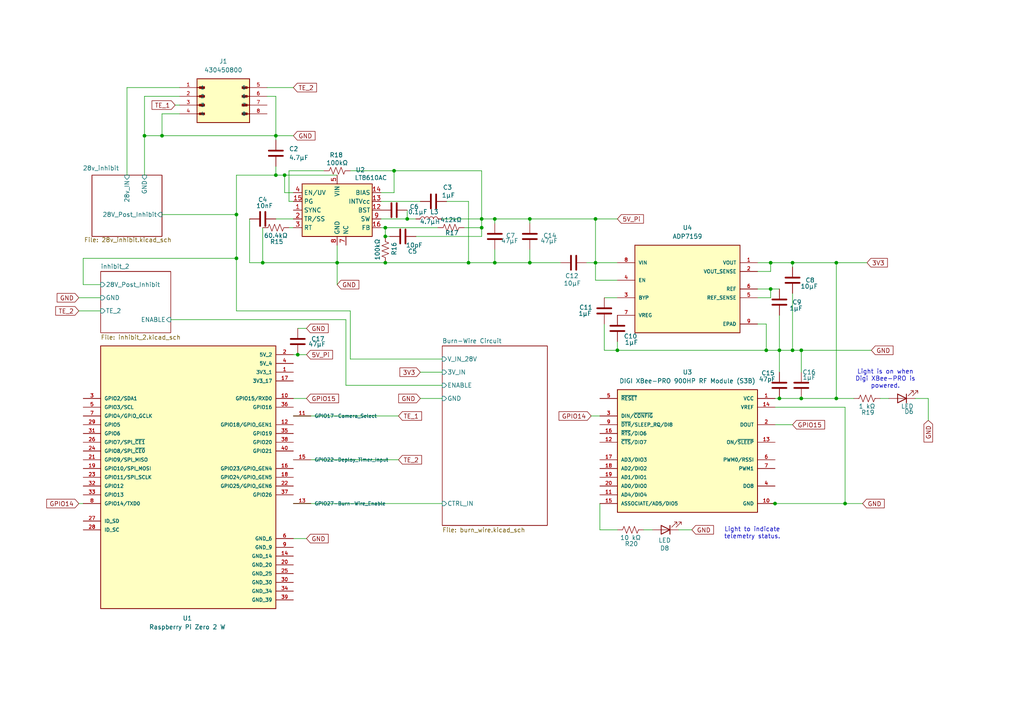
<source format=kicad_sch>
(kicad_sch (version 20250114) (generator "eeschema") (generator_version "9.0")
  (paper "A4")
  (lib_symbols
    (symbol "430450800:430450800" (pin_names (offset 1.016))
      (property "Reference" "J" (at -7.62 8.89 0))
      (property "Value" "430450800" (at -7.62 -7.62 0))
      (symbol "430450800_0_0"
        (polyline (pts (xy -7.62 5.08) (xy -5.715 5.08)) (stroke (width 0.254)))
        (polyline (pts (xy -7.62 2.54) (xy -5.715 2.54)) (stroke (width 0.254)))
        (polyline (pts (xy -7.62 0) (xy -5.715 0)) (stroke (width 0.254)))
        (polyline (pts (xy -7.62 -2.54) (xy -5.715 -2.54)) (stroke (width 0.254)))
        (rectangle (start -7.62 -5.08) (end 7.62 7.62) (stroke (width 0.254)) (fill (type background)))
        (rectangle (start -6.985 4.7625) (end -5.3975 5.3975) (stroke (width 0.1)) (fill (type outline)))
        (rectangle (start -6.985 2.2225) (end -5.3975 2.8575) (stroke (width 0.1)) (fill (type outline)))
        (rectangle (start -6.985 -0.3175) (end -5.3975 0.3175) (stroke (width 0.1)) (fill (type outline)))
        (rectangle (start -6.985 -2.8575) (end -5.3975 -2.2225) (stroke (width 0.1)) (fill (type outline)))
        (rectangle (start 5.3975 4.7625) (end 6.985 5.3975) (stroke (width 0.1)) (fill (type outline)))
        (rectangle (start 5.3975 2.2225) (end 6.985 2.8575) (stroke (width 0.1)) (fill (type outline)))
        (rectangle (start 5.3975 -0.3175) (end 6.985 0.3175) (stroke (width 0.1)) (fill (type outline)))
        (rectangle (start 5.3975 -2.8575) (end 6.985 -2.2225) (stroke (width 0.1)) (fill (type outline)))
        (polyline (pts (xy 7.62 5.08) (xy 5.715 5.08)) (stroke (width 0.254)))
        (polyline (pts (xy 7.62 2.54) (xy 5.715 2.54)) (stroke (width 0.254)))
        (polyline (pts (xy 7.62 0) (xy 5.715 0)) (stroke (width 0.254)))
        (polyline (pts (xy 7.62 -2.54) (xy 5.715 -2.54)) (stroke (width 0.254)))
        (pin passive line (at -12.7 5.08 0) (length 5.08) (name "1") (number "1"))
        (pin passive line (at -12.7 2.54 0) (length 5.08) (name "2") (number "2"))
        (pin passive line (at -12.7 0 0) (length 5.08) (name "3") (number "3"))
        (pin passive line (at -12.7 -2.54 0) (length 5.08) (name "4") (number "4"))
        (pin passive line (at 12.7 5.08 180) (length 5.08) (name "5") (number "5"))
        (pin passive line (at 12.7 2.54 180) (length 5.08) (name "6") (number "6"))
        (pin passive line (at 12.7 0 180) (length 5.08) (name "7") (number "7"))
        (pin passive line (at 12.7 -2.54 180) (length 5.08) (name "8") (number "8"))
      )
    )
    (symbol "ADP7158ARDZ-3.3-R7:ADP7158ARDZ-3.3-R7" (pin_names (offset 1.016))
      (property "Reference" "U" (at -15.24 13.335 0))
      (property "Value" "ADP7158ARDZ-3.3-R7" (at -15.24 -15.24 0))
      (symbol "ADP7158ARDZ-3.3-R7_0_0"
        (rectangle (start -15.24 -12.7) (end 15.24 12.7) (stroke (width 0.254)) (fill (type background)))
        (pin input line (at -20.32 7.62 0) (length 5.08) (name "VIN") (number "8"))
        (pin input line (at -20.32 2.54 0) (length 5.08) (name "EN") (number "4"))
        (pin passive line (at -20.32 -2.54 0) (length 5.08) (name "BYP") (number "3"))
        (pin passive line (at -20.32 -7.62 0) (length 5.08) (name "VREG") (number "7"))
        (pin output line (at 20.32 7.62 180) (length 5.08) (name "VOUT") (number "1"))
        (pin output line (at 20.32 5.08 180) (length 5.08) (name "VOUT_SENSE") (number "2"))
        (pin output line (at 20.32 0 180) (length 5.08) (name "REF") (number "6"))
        (pin input line (at 20.32 -2.54 180) (length 5.08) (name "REF_SENSE") (number "5"))
        (pin power_in line (at 20.32 -10.16 180) (length 5.08) (name "EPAD") (number "9"))
      )
    )
    (symbol "Device:C" (pin_numbers (hide yes)) (pin_names (offset 0.254))
      (property "Reference" "C" (at 0.635 2.54 0))
      (property "Value" "C" (at 0.635 -2.54 0))
      (symbol "C_0_1"
        (polyline (pts (xy -2.032 0.762) (xy 2.032 0.762)) (stroke (width 0.508)))
        (polyline (pts (xy -2.032 -0.762) (xy 2.032 -0.762)) (stroke (width 0.508)))
      )
      (symbol "C_1_1"
        (pin passive line (at 0 3.81 270) (length 2.794) (name "~") (number "1"))
        (pin passive line (at 0 -3.81 90) (length 2.794) (name "~") (number "2"))
      )
    )
    (symbol "Device:L" (pin_numbers (hide yes)) (pin_names (offset 1.016) (hide yes))
      (property "Reference" "L" (at -1.27 0 90))
      (property "Value" "L" (at 1.905 0 90))
      (symbol "L_0_1"
        (arc (start 0 2.54) (mid 0.6323 1.905) (end 0 1.27))
        (arc (start 0 1.27) (mid 0.6323 0.635) (end 0 0))
        (arc (start 0 0) (mid 0.6323 -0.635) (end 0 -1.27))
        (arc (start 0 -1.27) (mid 0.6323 -1.905) (end 0 -2.54))
      )
      (symbol "L_1_1"
        (pin passive line (at 0 3.81 270) (length 1.27) (name "1") (number "1"))
        (pin passive line (at 0 -3.81 90) (length 1.27) (name "2") (number "2"))
      )
    )
    (symbol "Device:LED" (pin_numbers (hide yes)) (pin_names (offset 1.016) (hide yes))
      (property "Reference" "D" (at 0 2.54 0))
      (property "Value" "LED" (at 0 -2.54 0))
      (symbol "LED_0_1"
        (polyline (pts (xy -3.048 -0.762) (xy -4.572 -2.286) (xy -3.81 -2.286) (xy -4.572 -2.286) (xy -4.572 -1.524)))
        (polyline (pts (xy -1.778 -0.762) (xy -3.302 -2.286) (xy -2.54 -2.286) (xy -3.302 -2.286) (xy -3.302 -1.524)))
        (polyline (pts (xy -1.27 0) (xy 1.27 0)))
        (polyline (pts (xy -1.27 -1.27) (xy -1.27 1.27)) (stroke (width 0.254)))
        (polyline (pts (xy 1.27 -1.27) (xy 1.27 1.27) (xy -1.27 0) (xy 1.27 -1.27)) (stroke (width 0.254)))
      )
      (symbol "LED_1_1"
        (pin passive line (at -3.81 0 0) (length 2.54) (name "K") (number "1"))
        (pin passive line (at 3.81 0 180) (length 2.54) (name "A") (number "2"))
      )
    )
    (symbol "Device:R_US" (pin_numbers (hide yes)) (pin_names (offset 0))
      (property "Reference" "R" (at 2.54 0 90))
      (property "Value" "R_US" (at -2.54 0 90))
      (symbol "R_US_0_1"
        (polyline (pts (xy 0 2.286) (xy 0 2.54)))
        (polyline (pts (xy 0 2.286) (xy 1.016 1.905) (xy 0 1.524) (xy -1.016 1.143) (xy 0 0.762)))
        (polyline (pts (xy 0 0.762) (xy 1.016 0.381) (xy 0 0) (xy -1.016 -0.381) (xy 0 -0.762)))
        (polyline (pts (xy 0 -0.762) (xy 1.016 -1.143) (xy 0 -1.524) (xy -1.016 -1.905) (xy 0 -2.286)))
        (polyline (pts (xy 0 -2.286) (xy 0 -2.54)))
      )
      (symbol "R_US_1_1"
        (pin passive line (at 0 3.81 270) (length 1.27) (name "~") (number "1"))
        (pin passive line (at 0 -3.81 90) (length 1.27) (name "~") (number "2"))
      )
    )
    (symbol "Regulator_Switching:LT8610AC"
      (property "Reference" "U" (at -8.89 8.89 0))
      (property "Value" "LT8610AC" (at 0.762 8.636 0))
      (symbol "LT8610AC_0_1"
        (rectangle (start -10.16 7.62) (end 10.16 -7.62) (stroke (width 0.254)) (fill (type background)))
      )
      (symbol "LT8610AC_1_1"
        (pin input line (at -12.7 5.08 0) (length 2.54) (name "EN/UV") (number "4"))
        (pin open_collector line (at -12.7 2.54 0) (length 2.54) (name "PG") (number "15"))
        (pin input line (at -12.7 0 0) (length 2.54) (name "SYNC") (number "1"))
        (pin input line (at -12.7 -2.54 0) (length 2.54) (name "TR/SS") (number "2"))
        (pin passive line (at -12.7 -5.08 0) (length 2.54) (name "RT") (number "3"))
        (pin power_in line (at 0 10.16 270) (length 2.54) (name "VIN") (number "5"))
        (pin passive line (at 0 10.16 270) (length 2.54) (hide yes) (name "VIN") (number "6"))
        (pin passive line (at 0 -10.16 90) (length 2.54) (hide yes) (name "GND") (number "17"))
        (pin power_in line (at 0 -10.16 90) (length 2.54) (name "GND") (number "8"))
        (pin passive line (at 2.54 -10.16 90) (length 2.54) (name "NC") (number "7"))
        (pin input line (at 12.7 5.08 180) (length 2.54) (name "BIAS") (number "14"))
        (pin passive line (at 12.7 2.54 180) (length 2.54) (name "INTVcc") (number "13"))
        (pin input line (at 12.7 0 180) (length 2.54) (name "BST") (number "12"))
        (pin passive line (at 12.7 -2.54 180) (length 2.54) (hide yes) (name "SW") (number "10"))
        (pin passive line (at 12.7 -2.54 180) (length 2.54) (hide yes) (name "SW") (number "11"))
        (pin output line (at 12.7 -2.54 180) (length 2.54) (name "SW") (number "9"))
        (pin input line (at 12.7 -5.08 180) (length 2.54) (name "FB") (number "16"))
      )
    )
    (symbol "SC1176:SC1176" (pin_names (offset 1.016))
      (property "Reference" "U1" (at 0 43.18 0))
      (property "Value" "Raspberry Pi Zero 2 W" (at 0 40.64 0))
      (symbol "SC1176_0_0"
        (rectangle (start -25.4 -38.1) (end 25.4 38.1) (stroke (width 0.254)) (fill (type background)))
        (pin bidirectional line (at -30.48 22.86 0) (length 5.08) (name "GPIO2/SDA1") (number "3"))
        (pin bidirectional line (at -30.48 20.32 0) (length 5.08) (name "GPIO3/SCL") (number "5"))
        (pin bidirectional line (at -30.48 17.78 0) (length 5.08) (name "GPIO4/GPIO_GCLK") (number "7"))
        (pin bidirectional line (at -30.48 15.24 0) (length 5.08) (name "GPIO5") (number "29"))
        (pin bidirectional line (at -30.48 12.7 0) (length 5.08) (name "GPIO6") (number "31"))
        (pin bidirectional line (at -30.48 10.16 0) (length 5.08) (name "GPIO7/SPI_~{CE1}") (number "26"))
        (pin bidirectional line (at -30.48 7.62 0) (length 5.08) (name "GPIO8/SPI_~{CE0}") (number "24"))
        (pin bidirectional line (at -30.48 5.08 0) (length 5.08) (name "GPIO9/SPI_MISO") (number "21"))
        (pin bidirectional line (at -30.48 2.54 0) (length 5.08) (name "GPIO10/SPI_MOSI") (number "19"))
        (pin bidirectional line (at -30.48 0 0) (length 5.08) (name "GPIO11/SPI_SCLK") (number "23"))
        (pin bidirectional line (at -30.48 -2.54 0) (length 5.08) (name "GPIO12") (number "32"))
        (pin bidirectional line (at -30.48 -5.08 0) (length 5.08) (name "GPIO13") (number "33"))
        (pin bidirectional line (at -30.48 -7.62 0) (length 5.08) (name "GPIO14/TXD0") (number "8"))
        (pin bidirectional line (at -30.48 -12.7 0) (length 5.08) (name "ID_SD") (number "27"))
        (pin bidirectional line (at -30.48 -15.24 0) (length 5.08) (name "ID_SC") (number "28"))
        (pin power_in line (at 30.48 35.56 180) (length 5.08) (name "5V_2") (number "2"))
        (pin power_in line (at 30.48 33.02 180) (length 5.08) (name "5V_4") (number "4"))
        (pin power_in line (at 30.48 30.48 180) (length 5.08) (name "3V3_1") (number "1"))
        (pin power_in line (at 30.48 27.94 180) (length 5.08) (name "3V3_17") (number "17"))
        (pin bidirectional line (at 30.48 22.86 180) (length 5.08) (name "GPIO15/RXD0") (number "10"))
        (pin bidirectional line (at 30.48 20.32 180) (length 5.08) (name "GPIO16") (number "36"))
        (pin bidirectional line (at 30.48 15.24 180) (length 5.08) (name "GPIO18/GPIO_GEN1") (number "12"))
        (pin bidirectional line (at 30.48 12.7 180) (length 5.08) (name "GPIO19") (number "35"))
        (pin bidirectional line (at 30.48 10.16 180) (length 5.08) (name "GPIO20") (number "38"))
        (pin bidirectional line (at 30.48 7.62 180) (length 5.08) (name "GPIO21") (number "40"))
        (pin bidirectional line (at 30.48 2.54 180) (length 5.08) (name "GPIO23/GPIO_GEN4") (number "16"))
        (pin bidirectional line (at 30.48 0 180) (length 5.08) (name "GPIO24/GPIO_GEN5") (number "18"))
        (pin bidirectional line (at 30.48 -2.54 180) (length 5.08) (name "GPIO25/GPIO_GEN6") (number "22"))
        (pin bidirectional line (at 30.48 -5.08 180) (length 5.08) (name "GPIO26") (number "37"))
        (pin power_in line (at 30.48 -17.78 180) (length 5.08) (name "GND_6") (number "6"))
        (pin power_in line (at 30.48 -20.32 180) (length 5.08) (name "GND_9") (number "9"))
        (pin power_in line (at 30.48 -22.86 180) (length 5.08) (name "GND_14") (number "14"))
        (pin power_in line (at 30.48 -25.4 180) (length 5.08) (name "GND_20") (number "20"))
        (pin power_in line (at 30.48 -27.94 180) (length 5.08) (name "GND_25") (number "25"))
        (pin power_in line (at 30.48 -30.48 180) (length 5.08) (name "GND_30") (number "30"))
        (pin power_in line (at 30.48 -33.02 180) (length 5.08) (name "GND_34") (number "34"))
        (pin power_in line (at 30.48 -35.56 180) (length 5.08) (name "GND_39") (number "39"))
      )
      (symbol "SC1176_1_0"
        (pin bidirectional line (at 30.48 17.78 0) (length 5.08) (name "GPIO17-Camera_Select") (number "11"))
        (pin bidirectional line (at 30.48 5.08 0) (length 5.08) (name "GPIO22-Deploy_Timer_Input") (number "15"))
        (pin bidirectional line (at 30.48 -7.62 0) (length 5.08) (name "GPIO27-Burn-Wire_Enable") (number "13"))
      )
    )
    (symbol "XBP24-Z7SIT-004:XBP24-Z7SIT-004" (pin_names (offset 1.016))
      (property "Reference" "U" (at -20.3473 18.3125 0))
      (property "Value" "XBP24-Z7SIT-004" (at -20.3925 -20.3925 0))
      (symbol "XBP24-Z7SIT-004_0_0"
        (rectangle (start -20.32 -17.78) (end 20.32 17.78) (stroke (width 0.254)) (fill (type background)))
        (pin input line (at -25.4 15.24 0) (length 5.08) (name "~{RESET}") (number "5"))
        (pin input line (at -25.4 10.16 0) (length 5.08) (name "DIN/~{CONFIG}") (number "3"))
        (pin bidirectional line (at -25.4 7.62 0) (length 5.08) (name "~{DTR}/SLEEP_RQ/DI8") (number "9"))
        (pin bidirectional line (at -25.4 5.08 0) (length 5.08) (name "~{RTS}/DIO6") (number "16"))
        (pin bidirectional line (at -25.4 2.54 0) (length 5.08) (name "~{CTS}/DIO7") (number "12"))
        (pin bidirectional line (at -25.4 -2.54 0) (length 5.08) (name "AD3/DIO3") (number "17"))
        (pin bidirectional line (at -25.4 -5.08 0) (length 5.08) (name "AD2/DIO2") (number "18"))
        (pin bidirectional line (at -25.4 -7.62 0) (length 5.08) (name "AD1/DIO1") (number "19"))
        (pin bidirectional line (at -25.4 -10.16 0) (length 5.08) (name "AD0/DIO0") (number "20"))
        (pin bidirectional line (at -25.4 -12.7 0) (length 5.08) (name "AD4/DIO4") (number "11"))
        (pin bidirectional line (at -25.4 -15.24 0) (length 5.08) (name "ASSOCIATE/AD5/DIO5") (number "15"))
        (pin power_in line (at 25.4 15.24 180) (length 5.08) (name "VCC") (number "1"))
        (pin power_in line (at 25.4 12.7 180) (length 5.08) (name "VREF") (number "14"))
        (pin output line (at 25.4 7.62 180) (length 5.08) (name "DOUT") (number "2"))
        (pin output line (at 25.4 2.54 180) (length 5.08) (name "ON/~{SLEEP}") (number "13"))
        (pin output line (at 25.4 -2.54 180) (length 5.08) (name "PWM0/RSSI") (number "6"))
        (pin output line (at 25.4 -5.08 180) (length 5.08) (name "PWM1") (number "7"))
        (pin output line (at 25.4 -10.16 180) (length 5.08) (name "DO8") (number "4"))
        (pin power_in line (at 25.4 -15.24 180) (length 5.08) (name "GND") (number "10"))
      )
    )
  )
  (text "Light is on when\nDigi XBee-PRO is\npowered." (at 256.794 109.982 0) (effects (font (size 1.27 1.27))))
  (text "Light to indicate\ntelemetry status." (at 218.186 154.686 0) (effects (font (size 1.27 1.27))))
  (junction (at 41.91 39.37))
  (junction (at 111.76 66.04))
  (junction (at 226.06 115.57))
  (junction (at 139.7 63.5))
  (junction (at 143.51 63.5))
  (junction (at 76.2 76.2))
  (junction (at 68.58 62.23))
  (junction (at 229.87 101.6))
  (junction (at 172.72 76.2))
  (junction (at 68.58 74.93))
  (junction (at 242.57 115.57))
  (junction (at 242.57 76.2))
  (junction (at 143.51 76.2))
  (junction (at 80.01 39.37))
  (junction (at 135.89 76.2))
  (junction (at 223.52 76.2))
  (junction (at 179.07 101.6))
  (junction (at 232.41 115.57))
  (junction (at 97.79 76.2))
  (junction (at 118.11 63.5))
  (junction (at 153.67 63.5))
  (junction (at 222.25 101.6))
  (junction (at 229.87 76.2))
  (junction (at 245.11 146.05))
  (junction (at 226.06 101.6))
  (junction (at 46.99 39.37))
  (junction (at 232.41 101.6))
  (junction (at 139.7 66.04))
  (junction (at 224.79 146.05))
  (junction (at 86.36 102.87))
  (junction (at 172.72 63.5))
  (junction (at 82.55 50.8))
  (junction (at 223.52 83.82))
  (junction (at 80.01 50.8))
  (junction (at 153.67 76.2))
  (junction (at 114.3 49.53))
  (junction (at 111.76 68.58))
  (junction (at 111.76 76.2))
  (wire (pts (xy 135.89 76.2) (xy 135.89 58.42)))
  (wire (pts (xy 171.45 120.65) (xy 173.99 120.65)))
  (wire (pts (xy 49.53 92.71) (xy 100.33 92.71)))
  (wire (pts (xy 153.67 76.2) (xy 162.56 76.2)))
  (wire (pts (xy 68.58 90.17) (xy 101.6 90.17)))
  (wire (pts (xy 153.67 63.5) (xy 172.72 63.5)))
  (wire (pts (xy 120.65 68.58) (xy 139.7 68.58)))
  (wire (pts (xy 41.91 39.37) (xy 46.99 39.37)))
  (wire (pts (xy 226.06 101.6) (xy 229.87 101.6)))
  (wire (pts (xy 224.79 146.05) (xy 245.11 146.05)))
  (wire (pts (xy 143.51 72.39) (xy 143.51 76.2)))
  (wire (pts (xy 101.6 104.14) (xy 128.27 104.14)))
  (wire (pts (xy 85.09 102.87) (xy 86.36 102.87)))
  (wire (pts (xy 41.91 27.94) (xy 41.91 39.37)))
  (wire (pts (xy 50.8 30.48) (xy 52.07 30.48)))
  (wire (pts (xy 170.18 76.2) (xy 172.72 76.2)))
  (wire (pts (xy 196.85 153.67) (xy 200.66 153.67)))
  (wire (pts (xy 232.41 101.6) (xy 232.41 107.95)))
  (wire (pts (xy 265.43 115.57) (xy 269.24 115.57)))
  (wire (pts (xy 97.79 71.12) (xy 97.79 76.2)))
  (wire (pts (xy 29.21 82.55) (xy 24.13 82.55)))
  (wire (pts (xy 114.3 49.53) (xy 101.6 49.53)))
  (wire (pts (xy 46.99 62.23) (xy 68.58 62.23)))
  (wire (pts (xy 80.01 40.64) (xy 80.01 39.37)))
  (wire (pts (xy 111.76 66.04) (xy 111.76 68.58)))
  (wire (pts (xy 110.49 55.88) (xy 114.3 55.88)))
  (wire (pts (xy 68.58 50.8) (xy 80.01 50.8)))
  (wire (pts (xy 101.6 104.14) (xy 101.6 90.17)))
  (wire (pts (xy 85.09 120.65) (xy 115.57 120.65)))
  (wire (pts (xy 85.09 133.35) (xy 115.57 133.35)))
  (wire (pts (xy 80.01 50.8) (xy 82.55 50.8)))
  (wire (pts (xy 255.27 115.57) (xy 257.81 115.57)))
  (wire (pts (xy 226.06 91.44) (xy 226.06 101.6)))
  (wire (pts (xy 223.52 78.74) (xy 223.52 76.2)))
  (wire (pts (xy 24.13 74.93) (xy 68.58 74.93)))
  (wire (pts (xy 80.01 63.5) (xy 85.09 63.5)))
  (wire (pts (xy 46.99 33.02) (xy 46.99 39.37)))
  (wire (pts (xy 72.39 63.5) (xy 72.39 76.2)))
  (wire (pts (xy 82.55 55.88) (xy 82.55 50.8)))
  (wire (pts (xy 223.52 76.2) (xy 229.87 76.2)))
  (wire (pts (xy 100.33 111.76) (xy 128.27 111.76)))
  (wire (pts (xy 223.52 86.36) (xy 223.52 83.82)))
  (wire (pts (xy 179.07 99.06) (xy 179.07 101.6)))
  (wire (pts (xy 118.11 60.96) (xy 118.11 63.5)))
  (wire (pts (xy 83.82 49.53) (xy 93.98 49.53)))
  (wire (pts (xy 232.41 115.57) (xy 242.57 115.57)))
  (wire (pts (xy 121.92 115.57) (xy 128.27 115.57)))
  (wire (pts (xy 143.51 64.77) (xy 143.51 63.5)))
  (wire (pts (xy 83.82 49.53) (xy 83.82 58.42)))
  (wire (pts (xy 118.11 63.5) (xy 120.65 63.5)))
  (wire (pts (xy 179.07 81.28) (xy 172.72 81.28)))
  (wire (pts (xy 143.51 63.5) (xy 153.67 63.5)))
  (wire (pts (xy 175.26 86.36) (xy 179.07 86.36)))
  (wire (pts (xy 172.72 81.28) (xy 172.72 76.2)))
  (wire (pts (xy 139.7 63.5) (xy 143.51 63.5)))
  (wire (pts (xy 219.71 86.36) (xy 223.52 86.36)))
  (wire (pts (xy 77.47 27.94) (xy 80.01 27.94)))
  (wire (pts (xy 223.52 146.05) (xy 224.79 146.05)))
  (wire (pts (xy 68.58 62.23) (xy 68.58 74.93)))
  (wire (pts (xy 86.36 95.25) (xy 88.9 95.25)))
  (wire (pts (xy 219.71 76.2) (xy 223.52 76.2)))
  (wire (pts (xy 68.58 50.8) (xy 68.58 62.23)))
  (wire (pts (xy 222.25 93.98) (xy 222.25 101.6)))
  (wire (pts (xy 68.58 90.17) (xy 68.58 74.93)))
  (wire (pts (xy 175.26 93.98) (xy 175.26 101.6)))
  (wire (pts (xy 179.07 76.2) (xy 172.72 76.2)))
  (wire (pts (xy 80.01 48.26) (xy 80.01 50.8)))
  (wire (pts (xy 100.33 92.71) (xy 100.33 111.76)))
  (wire (pts (xy 111.76 76.2) (xy 135.89 76.2)))
  (wire (pts (xy 153.67 63.5) (xy 153.67 64.77)))
  (wire (pts (xy 110.49 66.04) (xy 111.76 66.04)))
  (wire (pts (xy 76.2 76.2) (xy 97.79 76.2)))
  (wire (pts (xy 128.27 63.5) (xy 139.7 63.5)))
  (wire (pts (xy 245.11 118.11) (xy 245.11 146.05)))
  (wire (pts (xy 83.82 58.42) (xy 85.09 58.42)))
  (wire (pts (xy 229.87 85.09) (xy 229.87 101.6)))
  (wire (pts (xy 22.86 146.05) (xy 24.13 146.05)))
  (wire (pts (xy 121.92 107.95) (xy 128.27 107.95)))
  (wire (pts (xy 129.54 58.42) (xy 135.89 58.42)))
  (wire (pts (xy 139.7 66.04) (xy 139.7 63.5)))
  (wire (pts (xy 80.01 39.37) (xy 85.09 39.37)))
  (wire (pts (xy 229.87 76.2) (xy 242.57 76.2)))
  (wire (pts (xy 41.91 27.94) (xy 52.07 27.94)))
  (wire (pts (xy 226.06 115.57) (xy 232.41 115.57)))
  (wire (pts (xy 245.11 146.05) (xy 250.19 146.05)))
  (wire (pts (xy 82.55 50.8) (xy 97.79 50.8)))
  (wire (pts (xy 24.13 82.55) (xy 24.13 74.93)))
  (wire (pts (xy 179.07 63.5) (xy 172.72 63.5)))
  (wire (pts (xy 269.24 115.57) (xy 269.24 121.92)))
  (wire (pts (xy 242.57 76.2) (xy 251.46 76.2)))
  (wire (pts (xy 219.71 78.74) (xy 223.52 78.74)))
  (wire (pts (xy 41.91 50.8) (xy 41.91 39.37)))
  (wire (pts (xy 83.82 66.04) (xy 85.09 66.04)))
  (wire (pts (xy 110.49 58.42) (xy 121.92 58.42)))
  (wire (pts (xy 232.41 101.6) (xy 252.73 101.6)))
  (wire (pts (xy 175.26 101.6) (xy 179.07 101.6)))
  (wire (pts (xy 224.79 123.19) (xy 229.87 123.19)))
  (wire (pts (xy 135.89 76.2) (xy 143.51 76.2)))
  (wire (pts (xy 173.99 146.05) (xy 173.99 153.67)))
  (wire (pts (xy 223.52 83.82) (xy 226.06 83.82)))
  (wire (pts (xy 97.79 76.2) (xy 97.79 82.55)))
  (wire (pts (xy 229.87 101.6) (xy 232.41 101.6)))
  (wire (pts (xy 219.71 93.98) (xy 222.25 93.98)))
  (wire (pts (xy 222.25 101.6) (xy 226.06 101.6)))
  (wire (pts (xy 114.3 55.88) (xy 114.3 49.53)))
  (wire (pts (xy 242.57 76.2) (xy 242.57 115.57)))
  (wire (pts (xy 143.51 76.2) (xy 153.67 76.2)))
  (wire (pts (xy 226.06 101.6) (xy 226.06 107.95)))
  (wire (pts (xy 242.57 115.57) (xy 247.65 115.57)))
  (wire (pts (xy 36.83 25.4) (xy 36.83 50.8)))
  (wire (pts (xy 46.99 39.37) (xy 80.01 39.37)))
  (wire (pts (xy 139.7 68.58) (xy 139.7 66.04)))
  (wire (pts (xy 22.86 90.17) (xy 29.21 90.17)))
  (wire (pts (xy 46.99 33.02) (xy 52.07 33.02)))
  (wire (pts (xy 111.76 76.2) (xy 97.79 76.2)))
  (wire (pts (xy 173.99 153.67) (xy 179.07 153.67)))
  (wire (pts (xy 77.47 25.4) (xy 85.09 25.4)))
  (wire (pts (xy 85.09 146.05) (xy 128.27 146.05)))
  (wire (pts (xy 139.7 63.5) (xy 139.7 49.53)))
  (wire (pts (xy 111.76 66.04) (xy 127 66.04)))
  (wire (pts (xy 186.69 153.67) (xy 189.23 153.67)))
  (wire (pts (xy 134.62 66.04) (xy 139.7 66.04)))
  (wire (pts (xy 114.3 49.53) (xy 139.7 49.53)))
  (wire (pts (xy 153.67 72.39) (xy 153.67 76.2)))
  (wire (pts (xy 85.09 156.21) (xy 88.9 156.21)))
  (wire (pts (xy 219.71 83.82) (xy 223.52 83.82)))
  (wire (pts (xy 22.86 86.36) (xy 29.21 86.36)))
  (wire (pts (xy 82.55 55.88) (xy 85.09 55.88)))
  (wire (pts (xy 224.79 118.11) (xy 245.11 118.11)))
  (wire (pts (xy 85.09 115.57) (xy 88.9 115.57)))
  (wire (pts (xy 172.72 63.5) (xy 172.72 76.2)))
  (wire (pts (xy 179.07 101.6) (xy 222.25 101.6)))
  (wire (pts (xy 110.49 63.5) (xy 118.11 63.5)))
  (wire (pts (xy 111.76 68.58) (xy 113.03 68.58)))
  (wire (pts (xy 86.36 102.87) (xy 88.9 102.87)))
  (wire (pts (xy 224.79 115.57) (xy 226.06 115.57)))
  (wire (pts (xy 229.87 76.2) (xy 229.87 77.47)))
  (wire (pts (xy 76.2 66.04) (xy 76.2 76.2)))
  (wire (pts (xy 72.39 76.2) (xy 76.2 76.2)))
  (wire (pts (xy 36.83 25.4) (xy 52.07 25.4)))
  (wire (pts (xy 80.01 27.94) (xy 80.01 39.37)))
  (global_label "TE_2" (shape input) (at 22.86 90.17 180) (property "Intersheetrefs" "${INTERSHEET_REFS}" (effects (hide yes))))
  (global_label "GND" (shape input) (at 252.73 101.6 0) (property "Intersheetrefs" "${INTERSHEET_REFS}" (effects (hide yes))))
  (global_label "GPIO15" (shape input) (at 88.9 115.57 0) (property "Intersheetrefs" "${INTERSHEET_REFS}" (effects (hide yes))))
  (global_label "GND" (shape input) (at 88.9 156.21 0) (property "Intersheetrefs" "${INTERSHEET_REFS}" (effects (hide yes))))
  (global_label "GND" (shape input) (at 85.09 39.37 0) (property "Intersheetrefs" "${INTERSHEET_REFS}" (effects (hide yes))))
  (global_label "GND" (shape input) (at 269.24 121.92 270) (property "Intersheetrefs" "${INTERSHEET_REFS}" (effects (hide yes))))
  (global_label "GND" (shape input) (at 88.9 95.25 0) (property "Intersheetrefs" "${INTERSHEET_REFS}" (effects (hide yes))))
  (global_label "TE_2" (shape input) (at 85.09 25.4 0) (property "Intersheetrefs" "${INTERSHEET_REFS}" (effects (hide yes))))
  (global_label "5V_Pi" (shape input) (at 88.9 102.87 0) (property "Intersheetrefs" "${INTERSHEET_REFS}" (effects (hide yes))))
  (global_label "GND" (shape input) (at 250.19 146.05 0) (property "Intersheetrefs" "${INTERSHEET_REFS}" (effects (hide yes))))
  (global_label "GPIO14" (shape input) (at 22.86 146.05 180) (property "Intersheetrefs" "${INTERSHEET_REFS}" (effects (hide yes))))
  (global_label "3V3" (shape input) (at 251.46 76.2 0) (property "Intersheetrefs" "${INTERSHEET_REFS}" (effects (hide yes))))
  (global_label "TE_1" (shape input) (at 115.57 120.65 0) (property "Intersheetrefs" "${INTERSHEET_REFS}" (effects (hide yes))))
  (global_label "GND" (shape input) (at 121.92 115.57 180) (property "Intersheetrefs" "${INTERSHEET_REFS}" (effects (hide yes))))
  (global_label "GND" (shape input) (at 22.86 86.36 180) (property "Intersheetrefs" "${INTERSHEET_REFS}" (effects (hide yes))))
  (global_label "GPIO15" (shape input) (at 229.87 123.19 0) (property "Intersheetrefs" "${INTERSHEET_REFS}" (effects (hide yes))))
  (global_label "GND" (shape input) (at 200.66 153.67 0) (property "Intersheetrefs" "${INTERSHEET_REFS}" (effects (hide yes))))
  (global_label "TE_2" (shape input) (at 115.57 133.35 0) (property "Intersheetrefs" "${INTERSHEET_REFS}" (effects (hide yes))))
  (global_label "GPIO14" (shape input) (at 171.45 120.65 180) (property "Intersheetrefs" "${INTERSHEET_REFS}" (effects (hide yes))))
  (global_label "TE_1" (shape input) (at 50.8 30.48 180) (property "Intersheetrefs" "${INTERSHEET_REFS}" (effects (hide yes))))
  (global_label "3V3" (shape input) (at 121.92 107.95 180) (property "Intersheetrefs" "${INTERSHEET_REFS}" (effects (hide yes))))
  (global_label "5V_Pi" (shape input) (at 179.07 63.5 0) (property "Intersheetrefs" "${INTERSHEET_REFS}" (effects (hide yes))))
  (global_label "GND" (shape input) (at 97.79 82.55 0) (property "Intersheetrefs" "${INTERSHEET_REFS}" (effects (hide yes))))
  (symbol (lib_id "Device:C") (at 166.37 76.2 90) (unit 1)
    (property "Reference" "C12" (at 165.862 80.01 90))
    (property "Value" "10µF" (at 165.989 82.169 90))
    (property "Footprint" "Capacitor_SMD:C_0603_1608Metric" (effects (hide yes)))
    (property "Description" "Unpolarized capacitor" (effects (hide yes)))
  )
  (symbol (lib_id "Device:R_US") (at 80.01 66.04 270) (unit 1)
    (property "Reference" "R15" (at 80.264 70.104 90))
    (property "Value" "60.4kΩ" (at 80.01 68.326 90))
    (property "Footprint" "Resistor_SMD:R_0201_0603Metric" (effects (hide yes)))
    (property "Description" "Resistor, US symbol" (effects (hide yes)))
  )
  (symbol (lib_id "Device:L") (at 124.46 63.5 90) (unit 1)
    (property "Reference" "L3" (at 125.984 61.468 90))
    (property "Value" "4.7µH" (at 124.714 64.262 90))
    (property "Footprint" "Inductor_SMD:L_Vishay_IHLP-2525" (effects (hide yes)))
    (property "Description" "Inductor" (effects (hide yes)))
  )
  (symbol (lib_id "Device:C") (at 179.07 95.25 180) (unit 1)
    (property "Reference" "C10" (at 182.88 97.536 0))
    (property "Value" "1µF" (at 183.134 99.314 0))
    (property "Footprint" "Capacitor_SMD:C_0603_1608Metric" (effects (hide yes)))
    (property "Description" "Unpolarized capacitor" (effects (hide yes)))
  )
  (symbol (lib_id "Device:C") (at 76.2 63.5 270) (unit 1)
    (property "Reference" "C4" (at 76.2 57.912 90))
    (property "Value" "10nF" (at 76.708 59.69 90))
    (property "Footprint" "Capacitor_SMD:C_0603_1608Metric" (effects (hide yes)))
    (property "Description" "Unpolarized capacitor" (effects (hide yes)))
  )
  (symbol (lib_id "Device:C") (at 125.73 58.42 270) (unit 1)
    (property "Reference" "C3" (at 129.794 54.356 90))
    (property "Value" "1µF" (at 130.048 56.642 90))
    (property "Footprint" "Capacitor_SMD:C_0603_1608Metric" (effects (hide yes)))
    (property "Description" "Unpolarized capacitor" (effects (hide yes)))
  )
  (symbol (lib_id "Device:LED") (at 261.62 115.57 180) (unit 1)
    (property "Reference" "D6" (at 263.652 119.38 0))
    (property "Value" "LED" (at 263.144 117.856 0))
    (property "Footprint" "LED_SMD:LED_0603_1608Metric" (effects (hide yes)))
    (property "Description" "Light emitting diode" (effects (hide yes)))
    (property "Sim.Pins" "1=K 2=A" (effects (hide yes)))
  )
  (symbol (lib_id "Device:C") (at 232.41 111.76 180) (unit 1)
    (property "Reference" "C16" (at 234.696 107.95 0))
    (property "Value" "1µF" (at 234.696 109.474 0))
    (property "Footprint" "Capacitor_SMD:C_0603_1608Metric" (effects (hide yes)))
    (property "Description" "Unpolarized capacitor" (effects (hide yes)))
  )
  (symbol (lib_id "Device:C") (at 116.84 68.58 270) (unit 1)
    (property "Reference" "C5" (at 119.634 72.898 90))
    (property "Value" "10pF" (at 120.142 71.12 90))
    (property "Footprint" "Capacitor_SMD:C_0603_1608Metric" (effects (hide yes)))
    (property "Description" "Unpolarized capacitor" (effects (hide yes)))
  )
  (symbol (lib_id "SC1176:SC1176") (at 54.61 138.43 0) (unit 1)
    (property "Reference" "U1" (at 54.356 179.324 0))
    (property "Value" "Raspberry Pi Zero 2 W" (at 54.356 181.864 0))
    (property "Footprint" "Raspberry Pi Zero 2 W:MODULE_SC1176" (effects (hide yes)))
    (property "DigiKey_Part_Number" "2648-SC1176-ND" (effects (hide yes)))
    (property "SnapEDA_Link" "https://www.snapeda.com/parts/SC1176/Raspberry+Pi/view-part/?ref=snap" (effects (hide yes)))
    (property "Description_1" "The Raspberry Pi Zero 2 W SC1176 single board computer features a 1GHz quad-core Broadcom BCM2710A1 Arm Cortex-A53 processor and 512MB of RAM, making it a powerful solution for embedded computing applications. With 40 digital I/O lines and multiple expansion options including Bluetooth 4.2, BLE, HAT GPIO, and LAN, this SBC offers extensive connectivity and flexibility. Its compact size of 2.600 x 1.180 (66.04mm x 29.97mm) makes it ideal for space-constrained projects. Video outputs include Composite and HDMI, and it features a microSD storage interface and a USB 2.0 OTG port." (effects (hide yes)))
    (property "Package" "None" (effects (hide yes)))
    (property "Check_prices" "https://www.snapeda.com/parts/SC1176/Raspberry+Pi/view-part/?ref=eda" (effects (hide yes)))
    (property "STANDARD" "Manufacturer Recommendations" (effects (hide yes)))
    (property "PARTREV" "April 2024" (effects (hide yes)))
    (property "MF" "Raspberry Pi" (effects (hide yes)))
    (property "MP" "SC1176" (effects (hide yes)))
    (property "MANUFACTURER" "Raspberry Pi" (effects (hide yes)))
  )
  (symbol (lib_id "Device:C") (at 114.3 60.96 270) (unit 1)
    (property "Reference" "C6" (at 120.142 59.944 90))
    (property "Value" "0.1µF" (at 121.158 61.468 90))
    (property "Footprint" "Capacitor_SMD:C_0603_1608Metric" (effects (hide yes)))
    (property "Description" "Unpolarized capacitor" (effects (hide yes)))
  )
  (symbol (lib_id "Device:R_US") (at 111.76 72.39 180) (unit 1)
    (property "Reference" "R16" (at 114.3 72.136 90))
    (property "Value" "100kΩ" (at 109.474 72.39 90))
    (property "Footprint" "Resistor_SMD:R_0201_0603Metric" (effects (hide yes)))
    (property "Description" "Resistor, US symbol" (effects (hide yes)))
  )
  (symbol (lib_id "Device:R_US") (at 251.46 115.57 270) (unit 1)
    (property "Reference" "R19" (at 251.714 119.634 90))
    (property "Value" "1 kΩ" (at 251.46 117.856 90))
    (property "Footprint" "Resistor_SMD:R_0201_0603Metric" (effects (hide yes)))
    (property "Description" "Resistor, US symbol" (effects (hide yes)))
  )
  (symbol (lib_id "Device:C") (at 226.06 87.63 180) (unit 1)
    (property "Reference" "C9" (at 231.14 87.63 0))
    (property "Value" "1µF" (at 230.886 89.408 0))
    (property "Footprint" "Capacitor_SMD:C_0603_1608Metric" (effects (hide yes)))
    (property "Description" "Unpolarized capacitor" (effects (hide yes)))
  )
  (symbol (lib_id "Device:LED") (at 193.04 153.67 180) (unit 1)
    (property "Reference" "D8" (at 192.786 159.004 0))
    (property "Value" "LED" (at 192.786 156.718 0))
    (property "Footprint" "LED_SMD:LED_0603_1608Metric" (effects (hide yes)))
    (property "Description" "Light emitting diode" (effects (hide yes)))
    (property "Sim.Pins" "1=K 2=A" (effects (hide yes)))
  )
  (symbol (lib_id "ADP7158ARDZ-3.3-R7:ADP7158ARDZ-3.3-R7") (at 199.39 83.82 0) (unit 1)
    (property "Reference" "U4" (at 199.39 66.04 0))
    (property "Value" "ADP7159" (at 199.39 68.58 0))
    (property "Footprint" "ADP7158ARDZ-3.3-R7:SOIC127P600X175-9N" (effects (hide yes)))
    (property "MF" "Analog Devices" (effects (hide yes)))
    (property "MAXIMUM_PACKAGE_HEIGHT" "1.75 mm" (effects (hide yes)))
    (property "Package" "SOIC -8 Analog Devices" (effects (hide yes)))
    (property "Price" "None" (effects (hide yes)))
    (property "Check_prices" "https://www.snapeda.com/parts/ADP7158ARDZ-3.3-R7/Analog+Devices/view-part/?ref=eda" (effects (hide yes)))
    (property "STANDARD" "IPC 7351B" (effects (hide yes)))
    (property "PARTREV" "C" (effects (hide yes)))
    (property "SnapEDA_Link" "https://www.snapeda.com/parts/ADP7158ARDZ-3.3-R7/Analog+Devices/view-part/?ref=snap" (effects (hide yes)))
    (property "MP" "ADP7158ARDZ-3.3-R7" (effects (hide yes)))
    (property "Description_1" "2 A, Ultralow Noise, High PSRR, Fixed Output, RF Linear Regulator" (effects (hide yes)))
    (property "MANUFACTURER" "ANALOG DEVICES" (effects (hide yes)))
    (property "Availability" "In Stock" (effects (hide yes)))
    (property "SNAPEDA_PN" "ADP7158ARDZ-3.3-R7" (effects (hide yes)))
  )
  (symbol (lib_id "Device:C") (at 175.26 90.17 180) (unit 1)
    (property "Reference" "C11" (at 169.926 89.154 0))
    (property "Value" "1µF" (at 169.672 90.932 0))
    (property "Footprint" "Capacitor_SMD:C_0603_1608Metric" (effects (hide yes)))
    (property "Description" "Unpolarized capacitor" (effects (hide yes)))
  )
  (symbol (lib_id "XBP24-Z7SIT-004:XBP24-Z7SIT-004") (at 199.39 130.81 0) (unit 1)
    (property "Reference" "U3" (at 199.39 107.95 0))
    (property "Value" "DIGI XBee-PRO 900HP RF Module (S3B)" (at 199.39 110.49 0))
    (property "Footprint" "XBee:DIP2200W51P200L3294H279Q20P" (effects (hide yes)))
    (property "MF" "Digi International" (effects (hide yes)))
    (property "Description_1" "XBee-PRO ZB (ZigBee PRO Feature Set), 50mW, RPSMA ant connector, 250000 bps;Router, AT" (effects (hide yes)))
    (property "Package" "None" (effects (hide yes)))
    (property "Price" "None" (effects (hide yes)))
    (property "Check_prices" "https://www.snapeda.com/parts/XBP24Z7SIT004/Digi+International/view-part/?ref=eda" (effects (hide yes)))
    (property "SnapEDA_Link" "https://www.snapeda.com/parts/XBP24Z7SIT004/Digi+International/view-part/?ref=snap" (effects (hide yes)))
    (property "MP" "XBP24Z7SIT004" (effects (hide yes)))
    (property "Availability" "In Stock" (effects (hide yes)))
    (property "MANUFACTURER" "Digi" (effects (hide yes)))
  )
  (symbol (lib_id "430450800:430450800") (at 64.77 30.48 0) (unit 1)
    (property "Reference" "J1" (at 64.77 17.78 0))
    (property "Value" "430450800" (at 64.77 20.32 0))
    (property "Footprint" "HarnessDeck:MOLEX_430450800" (effects (hide yes)))
    (property "DigiKey_Part_Number" "WM1816-ND" (effects (hide yes)))
    (property "SnapEDA_Link" "https://www.snapeda.com/parts/430450800/Molex/view-part/?ref=snap" (effects (hide yes)))
    (property "MAXIMUM_PACKAGE_HEIGHT" "8.77mm" (effects (hide yes)))
    (property "Package" "None" (effects (hide yes)))
    (property "Check_prices" "https://www.snapeda.com/parts/430450800/Molex/view-part/?ref=eda" (effects (hide yes)))
    (property "STANDARD" "Manufacturer Recommendations" (effects (hide yes)))
    (property "PARTREV" "G" (effects (hide yes)))
    (property "MF" "Molex" (effects (hide yes)))
    (property "MP" "430450800" (effects (hide yes)))
    (property "Description_1" "Connector Header Through Hole, Right Angle 8 position 0.118 (3.00mm)" (effects (hide yes)))
    (property "MANUFACTURER" "Molex" (effects (hide yes)))
  )
  (symbol (lib_id "Device:R_US") (at 97.79 49.53 90) (unit 1)
    (property "Reference" "R18" (at 97.536 44.958 90))
    (property "Value" "100kΩ" (at 97.79 47.244 90))
    (property "Footprint" "Resistor_SMD:R_0201_0603Metric" (effects (hide yes)))
    (property "Description" "Resistor, US symbol" (effects (hide yes)))
  )
  (symbol (lib_id "Device:C") (at 143.51 68.58 180) (unit 1)
    (property "Reference" "C7" (at 148.082 68.326 0))
    (property "Value" "47µF" (at 147.828 69.85 0))
    (property "Footprint" "Capacitor_SMD:C_0603_1608Metric" (effects (hide yes)))
    (property "Description" "Unpolarized capacitor" (effects (hide yes)))
  )
  (symbol (lib_id "Device:R_US") (at 130.81 66.04 90) (unit 1)
    (property "Reference" "R17" (at 131.064 67.564 90))
    (property "Value" "412kΩ" (at 130.81 63.754 90))
    (property "Footprint" "Resistor_SMD:R_0201_0603Metric" (effects (hide yes)))
    (property "Description" "Resistor, US symbol" (effects (hide yes)))
  )
  (symbol (lib_id "Regulator_Switching:LT8610AC") (at 97.79 60.96 0) (unit 1)
    (property "Reference" "U2" (at 103.124 49.276 0) (effects (justify left)))
    (property "Value" "LT8610AC" (at 102.87 51.562 0) (effects (justify left)))
    (property "Footprint" "Package_SO:MSOP-16-1EP_3x4.039mm_P0.5mm_EP1.651x2.845mm_ThermalVias" (effects (hide yes)))
    (property "Datasheet" "https://www.analog.com/media/en/technical-documentation/data-sheets/lt8610ac-8610ac-1.pdf" (effects (hide yes)))
    (property "Description" "42V, 3.5A Synchronous Step-Down Regulator with 2.5uA Quiescent Current, 0.8V Feedback Voltage, 3.0V Minimum Vin, MSOP-16" (effects (hide yes)))
  )
  (symbol (lib_id "Device:C") (at 153.67 68.58 180) (unit 1)
    (property "Reference" "C14" (at 159.512 68.326 0))
    (property "Value" "47µF" (at 159.258 69.85 0))
    (property "Footprint" "Capacitor_SMD:C_0603_1608Metric" (effects (hide yes)))
    (property "Description" "Unpolarized capacitor" (effects (hide yes)))
  )
  (symbol (lib_id "Device:C") (at 229.87 81.28 180) (unit 1)
    (property "Reference" "C8" (at 234.95 81.28 0))
    (property "Value" "10µF" (at 234.696 83.058 0))
    (property "Footprint" "Capacitor_SMD:C_0603_1608Metric" (effects (hide yes)))
    (property "Description" "Unpolarized capacitor" (effects (hide yes)))
  )
  (symbol (lib_id "Device:R_US") (at 182.88 153.67 270) (unit 1)
    (property "Reference" "R20" (at 183.134 157.734 90))
    (property "Value" "10 kΩ" (at 182.88 155.956 90))
    (property "Footprint" "Resistor_SMD:R_0201_0603Metric" (effects (hide yes)))
    (property "Description" "Resistor, US symbol" (effects (hide yes)))
  )
  (symbol (lib_id "Device:C") (at 80.01 44.45 0) (unit 1)
    (property "Reference" "C2" (at 83.82 43.1799 0) (effects (justify left)))
    (property "Value" "4.7µF" (at 83.82 45.7199 0) (effects (justify left)))
    (property "Footprint" "Capacitor_SMD:C_0603_1608Metric" (effects (hide yes)))
    (property "Description" "Unpolarized capacitor" (effects (hide yes)))
  )
  (symbol (lib_id "Device:C") (at 226.06 111.76 180) (unit 1)
    (property "Reference" "C15" (at 222.758 108.204 0))
    (property "Value" "47pF" (at 222.504 109.982 0))
    (property "Footprint" "Capacitor_SMD:C_0603_1608Metric" (effects (hide yes)))
    (property "Description" "Unpolarized capacitor" (effects (hide yes)))
  )
  (symbol (lib_id "Device:C") (at 86.36 99.06 180) (unit 1)
    (property "Reference" "C17" (at 92.202 98.298 0))
    (property "Value" "47µF" (at 91.948 99.822 0))
    (property "Footprint" "Capacitor_SMD:C_0603_1608Metric" (effects (hide yes)))
    (property "Description" "Unpolarized capacitor" (effects (hide yes)))
  )
  (sheet (at 26.67 50.8) (size 20.32 17.78) (stroke (width 0.1524))
    (property "Sheetname" "28v_inhibit" (at 34.544 48.768 0) (effects (justify right)))
    (property "Sheetfile" "28v_inhibit.kicad_sch" (at 24.384 68.834 0) (effects (justify left top)))
    (pin "28V_Post_Inhibit" input (at 46.99 62.23 0))
    (pin "28v_IN" input (at 36.83 50.8 90))
    (pin "GND" input (at 41.91 50.8 90))
  )
  (sheet (at 128.27 100.33) (size 30.48 52.07) (stroke (width 0.1524))
    (property "Sheetname" "Burn-Wire Circuit" (at 128.27 99.6184 0) (effects (justify left bottom)))
    (property "Sheetfile" "burn_wire.kicad_sch" (at 128.27 152.9846 0) (effects (justify left top)))
    (pin "CTRL_IN" input (at 128.27 146.05 180))
    (pin "GND" input (at 128.27 115.57 180))
    (pin "V_IN_28V" input (at 128.27 104.14 180))
    (pin "3V_IN" input (at 128.27 107.95 180))
    (pin "ENABLE" input (at 128.27 111.76 180))
  )
  (sheet (at 29.21 78.74) (size 20.32 17.78) (stroke (width 0.1524))
    (property "Sheetname" "inhibit_2" (at 29.21 78.0284 0) (effects (justify left bottom)))
    (property "Sheetfile" "inhibit_2.kicad_sch" (at 29.21 97.1046 0) (effects (justify left top)))
    (pin "28V_Post_Inhibit" input (at 29.21 82.55 180))
    (pin "GND" input (at 29.21 86.36 180))
    (pin "TE_2" input (at 29.21 90.17 180))
    (pin "ENABLE" input (at 49.53 92.71 0))
  )
)
</source>
